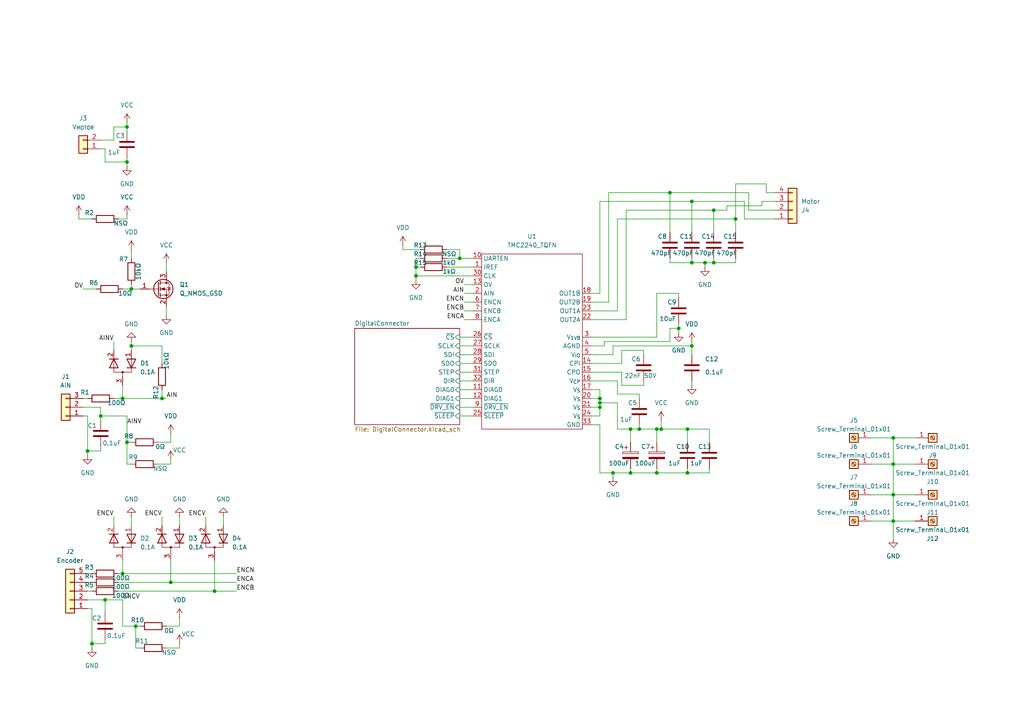
<source format=kicad_sch>
(kicad_sch (version 20231120) (generator "eeschema") (generator_version "8.0")
  (paper "A4")
  (lib_symbols
    (symbol "Connector:Screw_Terminal_01x01" (pin_names (offset 1.016) hide)
      (property "Reference" "J" (at 0 2.54 0))
      (property "Value" "Screw_Terminal_01x01" (at 0 -2.54 0))
      (symbol "Screw_Terminal_01x01_1_1"
        (rectangle (start -1.27 1.27) (end 1.27 -1.27) (stroke (width 0.254)) (fill (type background)))
        (polyline (pts (xy -0.5334 0.3302) (xy 0.3302 -0.508)) (stroke (width 0.1524)))
        (polyline (pts (xy -0.3556 0.508) (xy 0.508 -0.3302)) (stroke (width 0.1524)))
        (circle (center 0 0) (radius 0.635) (stroke (width 0.1524)))
        (pin passive line (at -5.08 0 0) (length 3.81) (name "Pin_1") (number "1"))
      )
    )
    (symbol "Connector_Generic:Conn_01x02" (pin_names (offset 1.016) hide)
      (property "Reference" "J" (at 0 2.54 0))
      (property "Value" "Conn_01x02" (at 0 -5.08 0))
      (symbol "Conn_01x02_1_1"
        (rectangle (start -1.27 -2.413) (end 0 -2.667) (stroke (width 0.1524)))
        (rectangle (start -1.27 0.127) (end 0 -0.127) (stroke (width 0.1524)))
        (rectangle (start -1.27 1.27) (end 1.27 -3.81) (stroke (width 0.254)) (fill (type background)))
        (pin passive line (at -5.08 0 0) (length 3.81) (name "Pin_1") (number "1"))
        (pin passive line (at -5.08 -2.54 0) (length 3.81) (name "Pin_2") (number "2"))
      )
    )
    (symbol "Connector_Generic:Conn_01x03" (pin_names (offset 1.016) hide)
      (property "Reference" "J" (at 0 5.08 0))
      (property "Value" "Conn_01x03" (at 0 -5.08 0))
      (symbol "Conn_01x03_1_1"
        (rectangle (start -1.27 -2.413) (end 0 -2.667) (stroke (width 0.1524)))
        (rectangle (start -1.27 0.127) (end 0 -0.127) (stroke (width 0.1524)))
        (rectangle (start -1.27 2.667) (end 0 2.413) (stroke (width 0.1524)))
        (rectangle (start -1.27 3.81) (end 1.27 -3.81) (stroke (width 0.254)) (fill (type background)))
        (pin passive line (at -5.08 2.54 0) (length 3.81) (name "Pin_1") (number "1"))
        (pin passive line (at -5.08 0 0) (length 3.81) (name "Pin_2") (number "2"))
        (pin passive line (at -5.08 -2.54 0) (length 3.81) (name "Pin_3") (number "3"))
      )
    )
    (symbol "Connector_Generic:Conn_01x04" (pin_names (offset 1.016) hide)
      (property "Reference" "J" (at 0 5.08 0))
      (property "Value" "Conn_01x04" (at 0 -7.62 0))
      (symbol "Conn_01x04_1_1"
        (rectangle (start -1.27 -4.953) (end 0 -5.207) (stroke (width 0.1524)))
        (rectangle (start -1.27 -2.413) (end 0 -2.667) (stroke (width 0.1524)))
        (rectangle (start -1.27 0.127) (end 0 -0.127) (stroke (width 0.1524)))
        (rectangle (start -1.27 2.667) (end 0 2.413) (stroke (width 0.1524)))
        (rectangle (start -1.27 3.81) (end 1.27 -6.35) (stroke (width 0.254)) (fill (type background)))
        (pin passive line (at -5.08 2.54 0) (length 3.81) (name "Pin_1") (number "1"))
        (pin passive line (at -5.08 0 0) (length 3.81) (name "Pin_2") (number "2"))
        (pin passive line (at -5.08 -2.54 0) (length 3.81) (name "Pin_3") (number "3"))
        (pin passive line (at -5.08 -5.08 0) (length 3.81) (name "Pin_4") (number "4"))
      )
    )
    (symbol "Connector_Generic:Conn_01x05" (pin_names (offset 1.016) hide)
      (property "Reference" "J" (at 0 7.62 0))
      (property "Value" "Conn_01x05" (at 0 -7.62 0))
      (symbol "Conn_01x05_1_1"
        (rectangle (start -1.27 -4.953) (end 0 -5.207) (stroke (width 0.1524)))
        (rectangle (start -1.27 -2.413) (end 0 -2.667) (stroke (width 0.1524)))
        (rectangle (start -1.27 0.127) (end 0 -0.127) (stroke (width 0.1524)))
        (rectangle (start -1.27 2.667) (end 0 2.413) (stroke (width 0.1524)))
        (rectangle (start -1.27 5.207) (end 0 4.953) (stroke (width 0.1524)))
        (rectangle (start -1.27 6.35) (end 1.27 -6.35) (stroke (width 0.254)) (fill (type background)))
        (pin passive line (at -5.08 5.08 0) (length 3.81) (name "Pin_1") (number "1"))
        (pin passive line (at -5.08 2.54 0) (length 3.81) (name "Pin_2") (number "2"))
        (pin passive line (at -5.08 0 0) (length 3.81) (name "Pin_3") (number "3"))
        (pin passive line (at -5.08 -2.54 0) (length 3.81) (name "Pin_4") (number "4"))
        (pin passive line (at -5.08 -5.08 0) (length 3.81) (name "Pin_5") (number "5"))
      )
    )
    (symbol "Device:C" (pin_numbers hide) (pin_names (offset 0.254))
      (property "Reference" "C" (at 0.635 2.54 0))
      (property "Value" "C" (at 0.635 -2.54 0))
      (symbol "C_0_1"
        (polyline (pts (xy -2.032 -0.762) (xy 2.032 -0.762)) (stroke (width 0.508)))
        (polyline (pts (xy -2.032 0.762) (xy 2.032 0.762)) (stroke (width 0.508)))
      )
      (symbol "C_1_1"
        (pin passive line (at 0 3.81 270) (length 2.794) (name "~") (number "1"))
        (pin passive line (at 0 -3.81 90) (length 2.794) (name "~") (number "2"))
      )
    )
    (symbol "Device:C_Polarized" (pin_numbers hide) (pin_names (offset 0.254))
      (property "Reference" "C" (at 0.635 2.54 0))
      (property "Value" "C_Polarized" (at 0.635 -2.54 0))
      (symbol "C_Polarized_0_1"
        (rectangle (start -2.286 0.508) (end 2.286 1.016))
        (polyline (pts (xy -1.778 2.286) (xy -0.762 2.286)))
        (polyline (pts (xy -1.27 2.794) (xy -1.27 1.778)))
        (rectangle (start 2.286 -0.508) (end -2.286 -1.016) (fill (type outline)))
      )
      (symbol "C_Polarized_1_1"
        (pin passive line (at 0 3.81 270) (length 2.794) (name "~") (number "1"))
        (pin passive line (at 0 -3.81 90) (length 2.794) (name "~") (number "2"))
      )
    )
    (symbol "Device:D_Dual_Series_AKC_Parallel" (pin_names (offset 0.762) hide)
      (property "Reference" "D" (at 0 5.08 0))
      (property "Value" "D_Dual_Series_AKC_Parallel" (at 0 -5.08 0))
      (symbol "D_Dual_Series_AKC_Parallel_0_0"
        (polyline (pts (xy 0 -1.27) (xy 0 -3.81)) (stroke (width 0.254)))
        (polyline (pts (xy 2.54 3.81) (xy 2.54 1.27)) (stroke (width 0.254)))
      )
      (symbol "D_Dual_Series_AKC_Parallel_0_1"
        (circle (center -1.27 0) (radius 0.254) (fill (type outline)))
        (polyline (pts (xy -1.27 0) (xy -2.54 0)))
        (polyline (pts (xy 2.54 2.54) (xy -1.27 2.54) (xy -1.27 -2.54) (xy 2.54 -2.54)))
        (polyline (pts (xy 0 3.81) (xy 2.54 2.54) (xy 0 1.27) (xy 0 3.81) (xy 0 3.81) (xy 0 3.81)) (stroke (width 0.254)))
        (polyline (pts (xy 2.54 -1.27) (xy 0 -2.54) (xy 2.54 -3.81) (xy 2.54 -1.27) (xy 2.54 -1.27) (xy 2.54 -1.27)) (stroke (width 0.254)))
        (pin passive line (at 5.08 -2.54 180) (length 2.54) (name "K") (number "1"))
        (pin passive line (at 5.08 2.54 180) (length 2.54) (name "K") (number "2"))
        (pin passive line (at -5.08 0 0) (length 2.54) (name "A") (number "3"))
      )
    )
    (symbol "Device:Q_NMOS_GSD" (pin_names (offset 0) hide)
      (property "Reference" "Q" (at 5.08 1.27 0))
      (property "Value" "Q_NMOS_GSD" (at 5.08 -1.27 0))
      (symbol "Q_NMOS_GSD_0_1"
        (polyline (pts (xy 0.254 0) (xy -2.54 0)))
        (polyline (pts (xy 0.254 1.905) (xy 0.254 -1.905)) (stroke (width 0.254)))
        (polyline (pts (xy 0.762 -1.27) (xy 0.762 -2.286)) (stroke (width 0.254)))
        (polyline (pts (xy 0.762 0.508) (xy 0.762 -0.508)) (stroke (width 0.254)))
        (polyline (pts (xy 0.762 2.286) (xy 0.762 1.27)) (stroke (width 0.254)))
        (polyline (pts (xy 2.54 2.54) (xy 2.54 1.778)))
        (polyline (pts (xy 2.54 -2.54) (xy 2.54 0) (xy 0.762 0)))
        (polyline (pts (xy 0.762 -1.778) (xy 3.302 -1.778) (xy 3.302 1.778) (xy 0.762 1.778)))
        (polyline (pts (xy 1.016 0) (xy 2.032 0.381) (xy 2.032 -0.381) (xy 1.016 0)) (fill (type outline)))
        (polyline (pts (xy 2.794 0.508) (xy 2.921 0.381) (xy 3.683 0.381) (xy 3.81 0.254)))
        (polyline (pts (xy 3.302 0.381) (xy 2.921 -0.254) (xy 3.683 -0.254) (xy 3.302 0.381)))
        (circle (center 1.651 0) (radius 2.794) (stroke (width 0.254)))
        (circle (center 2.54 -1.778) (radius 0.254) (fill (type outline)))
        (circle (center 2.54 1.778) (radius 0.254) (fill (type outline)))
      )
      (symbol "Q_NMOS_GSD_1_1"
        (pin input line (at -5.08 0 0) (length 2.54) (name "G") (number "1"))
        (pin passive line (at 2.54 -5.08 90) (length 2.54) (name "S") (number "2"))
        (pin passive line (at 2.54 5.08 270) (length 2.54) (name "D") (number "3"))
      )
    )
    (symbol "Device:R" (pin_numbers hide) (pin_names (offset 0))
      (property "Reference" "R" (at 2.032 0 90))
      (property "Value" "R" (at 0 0 90))
      (symbol "R_0_1"
        (rectangle (start -1.016 -2.54) (end 1.016 2.54) (stroke (width 0.254)))
      )
      (symbol "R_1_1"
        (pin passive line (at 0 3.81 270) (length 1.27) (name "~") (number "1"))
        (pin passive line (at 0 -3.81 90) (length 1.27) (name "~") (number "2"))
      )
    )
    (symbol "GND_1" (power) (pin_numbers hide) (pin_names (offset 0) hide)
      (property "Value" "GND" (at 0 -3.81 0))
      (symbol "GND_1_0_1"
        (polyline (pts (xy 0 0) (xy 0 -1.27) (xy 1.27 -1.27) (xy 0 -2.54) (xy -1.27 -1.27) (xy 0 -1.27)))
      )
      (symbol "GND_1_1_1"
        (pin power_in line (at 0 0 270) (length 0) (name "~") (number "1"))
      )
    )
    (symbol "StepperDriver:TMC2240_TQFN"
      (property "Reference" "U" (at 0 0 0))
      (property "Value" "TMC2240_TQFN" (at 0 -2.54 0))
      (symbol "TMC2240_TQFN_0_1"
        (rectangle (start -16.51 21.59) (end 12.7 -29.21))
      )
      (symbol "TMC2240_TQFN_1_1"
        (pin input line (at -19.05 17.78 0) (length 2.54) (name "IREF") (number "1"))
        (pin input line (at -19.05 20.32 0) (length 2.54) (name "UARTEN") (number "10"))
        (pin input line (at -19.05 -17.78 0) (length 2.54) (name "DIAG0") (number "11"))
        (pin input line (at -19.05 -20.32 0) (length 2.54) (name "DIAG1") (number "12"))
        (pin input line (at -19.05 12.7 0) (length 2.54) (name "OV") (number "13"))
        (pin input line (at 15.24 -10.16 180) (length 2.54) (name "CPI") (number "14"))
        (pin input line (at 15.24 -12.7 180) (length 2.54) (name "CPO") (number "15"))
        (pin input line (at 15.24 -15.24 180) (length 2.54) (name "V_{CP}") (number "16"))
        (pin input line (at 15.24 -17.78 180) (length 2.54) (name "V_{S}") (number "17"))
        (pin input line (at 15.24 10.16 180) (length 2.54) (name "OUT1B") (number "18"))
        (pin input line (at 15.24 7.62 180) (length 2.54) (name "OUT2B") (number "19"))
        (pin input line (at -19.05 10.16 0) (length 2.54) (name "AIN") (number "2"))
        (pin input line (at 15.24 -20.32 180) (length 2.54) (name "V_{S}") (number "20"))
        (pin input line (at 15.24 -22.86 180) (length 2.54) (name "V_{S}") (number "21"))
        (pin input line (at 15.24 2.54 180) (length 2.54) (name "OUT2A") (number "22"))
        (pin input line (at 15.24 5.08 180) (length 2.54) (name "OUT1A") (number "23"))
        (pin input line (at 15.24 -25.4 180) (length 2.54) (name "V_{S}") (number "24"))
        (pin input line (at -19.05 -25.4 0) (length 2.54) (name "~{SLEEP}") (number "25"))
        (pin input line (at -19.05 -2.54 0) (length 2.54) (name "~{CS}") (number "26"))
        (pin input line (at -19.05 -5.08 0) (length 2.54) (name "SCLK") (number "27"))
        (pin input line (at -19.05 -7.62 0) (length 2.54) (name "SDI") (number "28"))
        (pin input line (at -19.05 -10.16 0) (length 2.54) (name "SDO") (number "29"))
        (pin input line (at 15.24 -2.54 180) (length 2.54) (name "V_{1V8}") (number "3"))
        (pin input line (at -19.05 15.24 0) (length 2.54) (name "CLK") (number "30"))
        (pin input line (at -19.05 -12.7 0) (length 2.54) (name "STEP") (number "31"))
        (pin input line (at -19.05 -15.24 0) (length 2.54) (name "DIR") (number "32"))
        (pin input line (at 15.24 -27.94 180) (length 2.54) (name "GND") (number "33"))
        (pin input line (at 15.24 -5.08 180) (length 2.54) (name "AGND") (number "4"))
        (pin input line (at 15.24 -7.62 180) (length 2.54) (name "V_{IO}") (number "5"))
        (pin input line (at -19.05 7.62 0) (length 2.54) (name "ENCN") (number "6"))
        (pin input line (at -19.05 5.08 0) (length 2.54) (name "ENCB") (number "7"))
        (pin input line (at -19.05 2.54 0) (length 2.54) (name "ENCA") (number "8"))
        (pin input line (at -19.05 -22.86 0) (length 2.54) (name "~{DRV_EN}") (number "9"))
      )
    )
    (symbol "power:GND" (power) (pin_names (offset 0))
      (property "Value" "GND" (at 0 -3.81 0))
      (symbol "GND_0_1"
        (polyline (pts (xy 0 0) (xy 0 -1.27) (xy 1.27 -1.27) (xy 0 -2.54) (xy -1.27 -1.27) (xy 0 -1.27)))
      )
      (symbol "GND_1_1"
        (pin power_in line (at 0 0 270) (length 0) hide (name "GND") (number "1"))
      )
    )
    (symbol "power:VCC" (power) (pin_numbers hide) (pin_names (offset 0) hide)
      (property "Value" "VCC" (at 0 3.556 0))
      (symbol "VCC_0_1"
        (polyline (pts (xy -0.762 1.27) (xy 0 2.54)))
        (polyline (pts (xy 0 0) (xy 0 2.54)))
        (polyline (pts (xy 0 2.54) (xy 0.762 1.27)))
      )
      (symbol "VCC_1_1"
        (pin power_in line (at 0 0 90) (length 0) (name "~") (number "1"))
      )
    )
    (symbol "power:VDD" (power) (pin_numbers hide) (pin_names (offset 0) hide)
      (property "Value" "VDD" (at 0 3.556 0))
      (symbol "VDD_0_1"
        (polyline (pts (xy -0.762 1.27) (xy 0 2.54)))
        (polyline (pts (xy 0 0) (xy 0 2.54)))
        (polyline (pts (xy 0 2.54) (xy 0.762 1.27)))
      )
      (symbol "VDD_1_1"
        (pin power_in line (at 0 0 90) (length 0) (name "~") (number "1"))
      )
    )
  )
  (junction (at 259.08 134.62))
  (junction (at 200.66 100.33))
  (junction (at 120.65 77.47))
  (junction (at 182.88 124.46))
  (junction (at 199.39 124.46))
  (junction (at 194.31 55.88))
  (junction (at 36.83 128.27))
  (junction (at 26.67 186.69))
  (junction (at 25.4 130.81))
  (junction (at 199.39 137.16))
  (junction (at 36.83 36.83))
  (junction (at 259.08 127))
  (junction (at 259.08 151.13))
  (junction (at 35.56 115.57))
  (junction (at 259.08 143.51))
  (junction (at 36.83 46.99))
  (junction (at 49.53 168.91))
  (junction (at 35.56 166.37))
  (junction (at 190.5 124.46))
  (junction (at 173.99 116.84))
  (junction (at 207.01 60.96))
  (junction (at 173.99 115.57))
  (junction (at 191.77 124.46))
  (junction (at 39.37 181.61))
  (junction (at 46.99 115.57))
  (junction (at 30.48 173.99))
  (junction (at 38.1 100.33))
  (junction (at 200.66 76.2))
  (junction (at 38.1 83.82))
  (junction (at 200.66 58.42))
  (junction (at 190.5 137.16))
  (junction (at 133.35 74.93))
  (junction (at 185.42 124.46))
  (junction (at 204.47 76.2))
  (junction (at 207.01 76.2))
  (junction (at 120.65 80.01))
  (junction (at 177.8 137.16))
  (junction (at 29.21 120.65))
  (junction (at 173.99 118.11))
  (junction (at 196.85 95.25))
  (junction (at 62.23 171.45))
  (junction (at 213.36 63.5))
  (junction (at 182.88 137.16))
  (wire (pts (xy 205.74 124.46) (xy 205.74 128.27)))
  (wire (pts (xy 210.82 59.69) (xy 220.98 59.69)))
  (wire (pts (xy 29.21 130.81) (xy 25.4 130.81)))
  (wire (pts (xy 259.08 134.62) (xy 259.08 143.51)))
  (wire (pts (xy 199.39 124.46) (xy 205.74 124.46)))
  (wire (pts (xy 25.4 120.65) (xy 25.4 130.81)))
  (wire (pts (xy 30.48 173.99) (xy 30.48 177.8)))
  (wire (pts (xy 179.07 110.49) (xy 179.07 114.3)))
  (wire (pts (xy 179.07 114.3) (xy 185.42 114.3)))
  (wire (pts (xy 133.35 115.57) (xy 137.16 115.57)))
  (wire (pts (xy 38.1 99.06) (xy 38.1 100.33)))
  (wire (pts (xy 200.66 74.93) (xy 200.66 76.2)))
  (wire (pts (xy 177.8 138.43) (xy 177.8 137.16)))
  (wire (pts (xy 173.99 120.65) (xy 173.99 118.11)))
  (wire (pts (xy 36.83 63.5) (xy 36.83 62.23)))
  (wire (pts (xy 175.26 100.33) (xy 175.26 99.06)))
  (wire (pts (xy 48.26 88.9) (xy 48.26 91.44)))
  (wire (pts (xy 34.29 168.91) (xy 49.53 168.91)))
  (wire (pts (xy 33.02 115.57) (xy 35.56 115.57)))
  (wire (pts (xy 207.01 60.96) (xy 210.82 60.96)))
  (wire (pts (xy 133.35 105.41) (xy 137.16 105.41)))
  (wire (pts (xy 35.56 166.37) (xy 68.58 166.37)))
  (wire (pts (xy 49.53 133.35) (xy 49.53 134.62)))
  (wire (pts (xy 38.1 82.55) (xy 38.1 83.82)))
  (wire (pts (xy 121.92 74.93) (xy 120.65 74.93)))
  (wire (pts (xy 190.5 137.16) (xy 199.39 137.16)))
  (wire (pts (xy 133.35 102.87) (xy 137.16 102.87)))
  (wire (pts (xy 171.45 113.03) (xy 173.99 113.03)))
  (wire (pts (xy 182.88 124.46) (xy 179.07 124.46)))
  (wire (pts (xy 194.31 95.25) (xy 196.85 95.25)))
  (wire (pts (xy 213.36 53.34) (xy 213.36 63.5)))
  (wire (pts (xy 194.31 99.06) (xy 194.31 95.25)))
  (wire (pts (xy 185.42 123.19) (xy 185.42 124.46)))
  (wire (pts (xy 186.69 111.76) (xy 186.69 110.49)))
  (wire (pts (xy 120.65 74.93) (xy 120.65 77.47)))
  (wire (pts (xy 173.99 85.09) (xy 173.99 58.42)))
  (wire (pts (xy 177.8 102.87) (xy 177.8 100.33)))
  (wire (pts (xy 49.53 134.62) (xy 45.72 134.62)))
  (wire (pts (xy 215.9 58.42) (xy 200.66 58.42)))
  (wire (pts (xy 133.35 110.49) (xy 137.16 110.49)))
  (wire (pts (xy 30.48 186.69) (xy 26.67 186.69)))
  (wire (pts (xy 29.21 118.11) (xy 29.21 120.65)))
  (wire (pts (xy 35.56 115.57) (xy 35.56 111.76)))
  (wire (pts (xy 35.56 83.82) (xy 38.1 83.82)))
  (wire (pts (xy 176.53 55.88) (xy 194.31 55.88)))
  (wire (pts (xy 49.53 128.27) (xy 49.53 125.73)))
  (wire (pts (xy 25.4 130.81) (xy 25.4 132.08)))
  (wire (pts (xy 173.99 113.03) (xy 173.99 115.57)))
  (wire (pts (xy 24.13 118.11) (xy 29.21 118.11)))
  (wire (pts (xy 259.08 134.62) (xy 265.43 134.62)))
  (wire (pts (xy 215.9 58.42) (xy 215.9 63.5)))
  (wire (pts (xy 259.08 151.13) (xy 265.43 151.13)))
  (wire (pts (xy 33.02 99.06) (xy 33.02 101.6)))
  (wire (pts (xy 259.08 151.13) (xy 259.08 156.21)))
  (wire (pts (xy 252.73 127) (xy 259.08 127)))
  (wire (pts (xy 171.45 110.49) (xy 179.07 110.49)))
  (wire (pts (xy 25.4 166.37) (xy 26.67 166.37)))
  (wire (pts (xy 194.31 55.88) (xy 217.17 55.88)))
  (wire (pts (xy 120.65 80.01) (xy 137.16 80.01)))
  (wire (pts (xy 33.02 40.64) (xy 33.02 36.83)))
  (wire (pts (xy 200.66 58.42) (xy 200.66 67.31)))
  (wire (pts (xy 129.54 74.93) (xy 133.35 74.93)))
  (wire (pts (xy 180.34 105.41) (xy 180.34 101.6)))
  (wire (pts (xy 182.88 124.46) (xy 182.88 128.27)))
  (wire (pts (xy 171.45 120.65) (xy 173.99 120.65)))
  (wire (pts (xy 194.31 55.88) (xy 194.31 67.31)))
  (wire (pts (xy 49.53 168.91) (xy 68.58 168.91)))
  (wire (pts (xy 171.45 90.17) (xy 179.07 90.17)))
  (wire (pts (xy 171.45 123.19) (xy 173.99 123.19)))
  (wire (pts (xy 26.67 186.69) (xy 26.67 187.96)))
  (wire (pts (xy 30.48 185.42) (xy 30.48 186.69)))
  (wire (pts (xy 36.83 35.56) (xy 36.83 36.83)))
  (wire (pts (xy 196.85 85.09) (xy 196.85 86.36)))
  (wire (pts (xy 171.45 87.63) (xy 176.53 87.63)))
  (wire (pts (xy 171.45 85.09) (xy 173.99 85.09)))
  (wire (pts (xy 200.66 110.49) (xy 200.66 111.76)))
  (wire (pts (xy 171.45 100.33) (xy 175.26 100.33)))
  (wire (pts (xy 259.08 127) (xy 259.08 134.62)))
  (wire (pts (xy 26.67 176.53) (xy 26.67 186.69)))
  (wire (pts (xy 133.35 120.65) (xy 137.16 120.65)))
  (wire (pts (xy 177.8 100.33) (xy 200.66 100.33)))
  (wire (pts (xy 120.65 77.47) (xy 121.92 77.47)))
  (wire (pts (xy 182.88 137.16) (xy 182.88 135.89)))
  (wire (pts (xy 182.88 137.16) (xy 190.5 137.16)))
  (wire (pts (xy 185.42 114.3) (xy 185.42 115.57)))
  (wire (pts (xy 177.8 137.16) (xy 173.99 137.16)))
  (wire (pts (xy 217.17 55.88) (xy 217.17 60.96)))
  (wire (pts (xy 196.85 95.25) (xy 196.85 96.52)))
  (wire (pts (xy 191.77 124.46) (xy 199.39 124.46)))
  (wire (pts (xy 34.29 171.45) (xy 62.23 171.45)))
  (wire (pts (xy 133.35 97.79) (xy 137.16 97.79)))
  (wire (pts (xy 220.98 59.69) (xy 220.98 58.42)))
  (wire (pts (xy 24.13 83.82) (xy 27.94 83.82)))
  (wire (pts (xy 171.45 92.71) (xy 181.61 92.71)))
  (wire (pts (xy 45.72 128.27) (xy 49.53 128.27)))
  (wire (pts (xy 186.69 101.6) (xy 186.69 102.87)))
  (wire (pts (xy 38.1 134.62) (xy 36.83 134.62)))
  (wire (pts (xy 22.86 62.23) (xy 22.86 63.5)))
  (wire (pts (xy 52.07 181.61) (xy 52.07 179.07)))
  (wire (pts (xy 38.1 100.33) (xy 38.1 101.6)))
  (wire (pts (xy 36.83 36.83) (xy 36.83 38.1)))
  (wire (pts (xy 252.73 143.51) (xy 259.08 143.51)))
  (wire (pts (xy 49.53 168.91) (xy 49.53 162.56)))
  (wire (pts (xy 48.26 181.61) (xy 52.07 181.61)))
  (wire (pts (xy 25.4 120.65) (xy 24.13 120.65)))
  (wire (pts (xy 199.39 137.16) (xy 205.74 137.16)))
  (wire (pts (xy 46.99 149.86) (xy 46.99 152.4)))
  (wire (pts (xy 217.17 60.96) (xy 224.79 60.96)))
  (wire (pts (xy 222.25 53.34) (xy 213.36 53.34)))
  (wire (pts (xy 29.21 120.65) (xy 36.83 120.65)))
  (wire (pts (xy 25.4 168.91) (xy 26.67 168.91)))
  (wire (pts (xy 33.02 149.86) (xy 33.02 152.4)))
  (wire (pts (xy 36.83 128.27) (xy 38.1 128.27)))
  (wire (pts (xy 173.99 118.11) (xy 173.99 116.84)))
  (wire (pts (xy 133.35 100.33) (xy 137.16 100.33)))
  (wire (pts (xy 133.35 107.95) (xy 137.16 107.95)))
  (wire (pts (xy 133.35 113.03) (xy 137.16 113.03)))
  (wire (pts (xy 129.54 72.39) (xy 133.35 72.39)))
  (wire (pts (xy 173.99 123.19) (xy 173.99 137.16)))
  (wire (pts (xy 179.07 124.46) (xy 179.07 116.84)))
  (wire (pts (xy 179.07 63.5) (xy 213.36 63.5)))
  (wire (pts (xy 176.53 87.63) (xy 176.53 55.88)))
  (wire (pts (xy 26.67 176.53) (xy 25.4 176.53)))
  (wire (pts (xy 30.48 46.99) (xy 36.83 46.99)))
  (wire (pts (xy 259.08 143.51) (xy 259.08 151.13)))
  (wire (pts (xy 40.64 187.96) (xy 39.37 187.96)))
  (wire (pts (xy 222.25 55.88) (xy 222.25 53.34)))
  (wire (pts (xy 22.86 63.5) (xy 26.67 63.5)))
  (wire (pts (xy 171.45 107.95) (xy 180.34 107.95)))
  (wire (pts (xy 190.5 85.09) (xy 196.85 85.09)))
  (wire (pts (xy 259.08 127) (xy 265.43 127)))
  (wire (pts (xy 129.54 77.47) (xy 137.16 77.47)))
  (wire (pts (xy 38.1 83.82) (xy 40.64 83.82)))
  (wire (pts (xy 121.92 72.39) (xy 116.84 72.39)))
  (wire (pts (xy 200.66 100.33) (xy 200.66 102.87)))
  (wire (pts (xy 194.31 74.93) (xy 194.31 76.2)))
  (wire (pts (xy 59.69 149.86) (xy 59.69 152.4)))
  (wire (pts (xy 207.01 60.96) (xy 207.01 67.31)))
  (wire (pts (xy 36.83 120.65) (xy 36.83 128.27)))
  (wire (pts (xy 134.62 90.17) (xy 137.16 90.17)))
  (wire (pts (xy 185.42 124.46) (xy 182.88 124.46)))
  (wire (pts (xy 46.99 113.03) (xy 46.99 115.57)))
  (wire (pts (xy 38.1 72.39) (xy 38.1 74.93)))
  (wire (pts (xy 171.45 97.79) (xy 190.5 97.79)))
  (wire (pts (xy 191.77 124.46) (xy 190.5 124.46)))
  (wire (pts (xy 133.35 118.11) (xy 137.16 118.11)))
  (wire (pts (xy 190.5 137.16) (xy 190.5 135.89)))
  (wire (pts (xy 171.45 102.87) (xy 177.8 102.87)))
  (wire (pts (xy 34.29 63.5) (xy 36.83 63.5)))
  (wire (pts (xy 33.02 36.83) (xy 36.83 36.83)))
  (wire (pts (xy 35.56 173.99) (xy 30.48 173.99)))
  (wire (pts (xy 179.07 90.17) (xy 179.07 63.5)))
  (wire (pts (xy 173.99 58.42) (xy 200.66 58.42)))
  (wire (pts (xy 120.65 80.01) (xy 120.65 77.47)))
  (wire (pts (xy 204.47 76.2) (xy 207.01 76.2)))
  (wire (pts (xy 39.37 181.61) (xy 40.64 181.61)))
  (wire (pts (xy 134.62 82.55) (xy 137.16 82.55)))
  (wire (pts (xy 204.47 76.2) (xy 204.47 77.47)))
  (wire (pts (xy 180.34 111.76) (xy 186.69 111.76)))
  (wire (pts (xy 180.34 101.6) (xy 186.69 101.6)))
  (wire (pts (xy 38.1 100.33) (xy 46.99 100.33)))
  (wire (pts (xy 46.99 115.57) (xy 48.26 115.57)))
  (wire (pts (xy 29.21 120.65) (xy 29.21 121.92)))
  (wire (pts (xy 213.36 63.5) (xy 213.36 67.31)))
  (wire (pts (xy 213.36 76.2) (xy 213.36 74.93)))
  (wire (pts (xy 29.21 43.18) (xy 30.48 43.18)))
  (wire (pts (xy 62.23 171.45) (xy 62.23 162.56)))
  (wire (pts (xy 200.66 76.2) (xy 204.47 76.2)))
  (wire (pts (xy 191.77 121.92) (xy 191.77 124.46)))
  (wire (pts (xy 64.77 149.86) (xy 64.77 152.4)))
  (wire (pts (xy 24.13 115.57) (xy 25.4 115.57)))
  (wire (pts (xy 180.34 107.95) (xy 180.34 111.76)))
  (wire (pts (xy 179.07 116.84) (xy 173.99 116.84)))
  (wire (pts (xy 38.1 149.86) (xy 38.1 152.4)))
  (wire (pts (xy 190.5 97.79) (xy 190.5 85.09)))
  (wire (pts (xy 252.73 134.62) (xy 259.08 134.62)))
  (wire (pts (xy 171.45 105.41) (xy 180.34 105.41)))
  (wire (pts (xy 39.37 187.96) (xy 39.37 181.61)))
  (wire (pts (xy 134.62 85.09) (xy 137.16 85.09)))
  (wire (pts (xy 199.39 124.46) (xy 199.39 128.27)))
  (wire (pts (xy 34.29 166.37) (xy 35.56 166.37)))
  (wire (pts (xy 181.61 92.71) (xy 181.61 60.96)))
  (wire (pts (xy 259.08 143.51) (xy 265.43 143.51)))
  (wire (pts (xy 220.98 58.42) (xy 224.79 58.42)))
  (wire (pts (xy 252.73 151.13) (xy 259.08 151.13)))
  (wire (pts (xy 134.62 87.63) (xy 137.16 87.63)))
  (wire (pts (xy 30.48 43.18) (xy 30.48 46.99)))
  (wire (pts (xy 207.01 76.2) (xy 213.36 76.2)))
  (wire (pts (xy 177.8 137.16) (xy 182.88 137.16)))
  (wire (pts (xy 173.99 115.57) (xy 171.45 115.57)))
  (wire (pts (xy 196.85 93.98) (xy 196.85 95.25)))
  (wire (pts (xy 207.01 76.2) (xy 207.01 74.93)))
  (wire (pts (xy 205.74 137.16) (xy 205.74 135.89)))
  (wire (pts (xy 133.35 74.93) (xy 137.16 74.93)))
  (wire (pts (xy 48.26 76.2) (xy 48.26 78.74)))
  (wire (pts (xy 215.9 63.5) (xy 224.79 63.5)))
  (wire (pts (xy 35.56 166.37) (xy 35.56 162.56)))
  (wire (pts (xy 35.56 181.61) (xy 35.56 173.99)))
  (wire (pts (xy 36.83 46.99) (xy 36.83 45.72)))
  (wire (pts (xy 224.79 55.88) (xy 222.25 55.88)))
  (wire (pts (xy 36.83 46.99) (xy 36.83 48.26)))
  (wire (pts (xy 62.23 171.45) (xy 68.58 171.45)))
  (wire (pts (xy 173.99 116.84) (xy 173.99 115.57)))
  (wire (pts (xy 199.39 137.16) (xy 199.39 135.89)))
  (wire (pts (xy 120.65 81.28) (xy 120.65 80.01)))
  (wire (pts (xy 116.84 72.39) (xy 116.84 71.12)))
  (wire (pts (xy 52.07 149.86) (xy 52.07 152.4)))
  (wire (pts (xy 134.62 92.71) (xy 137.16 92.71)))
  (wire (pts (xy 29.21 40.64) (xy 33.02 40.64)))
  (wire (pts (xy 35.56 181.61) (xy 39.37 181.61)))
  (wire (pts (xy 133.35 72.39) (xy 133.35 74.93)))
  (wire (pts (xy 52.07 187.96) (xy 48.26 187.96)))
  (wire (pts (xy 25.4 173.99) (xy 30.48 173.99)))
  (wire (pts (xy 25.4 171.45) (xy 26.67 171.45)))
  (wire (pts (xy 52.07 186.69) (xy 52.07 187.96)))
  (wire (pts (xy 190.5 124.46) (xy 190.5 128.27)))
  (wire (pts (xy 200.66 99.06) (xy 200.66 100.33)))
  (wire (pts (xy 194.31 76.2) (xy 200.66 76.2)))
  (wire (pts (xy 29.21 129.54) (xy 29.21 130.81)))
  (wire (pts (xy 181.61 60.96) (xy 207.01 60.96)))
  (wire (pts (xy 46.99 115.57) (xy 35.56 115.57)))
  (wire (pts (xy 210.82 60.96) (xy 210.82 59.69)))
  (wire (pts (xy 171.45 118.11) (xy 173.99 118.11)))
  (wire (pts (xy 36.83 134.62) (xy 36.83 128.27)))
  (wire (pts (xy 175.26 99.06) (xy 194.31 99.06)))
  (wire (pts (xy 46.99 100.33) (xy 46.99 105.41)))
  (wire (pts (xy 190.5 124.46) (xy 185.42 124.46)))
  (label "ENCN" (at 134.62 87.63 180))
  (label "ENCA" (at 68.58 168.91 0))
  (label "ENCA" (at 134.62 92.71 180))
  (label "AIN" (at 48.26 115.57 0))
  (label "ENCV" (at 35.56 173.99 0))
  (label "OV" (at 134.62 82.55 180))
  (label "AINV" (at 33.02 99.06 180))
  (label "ENCV" (at 59.69 149.86 180))
  (label "ENCV" (at 33.02 149.86 180))
  (label "ENCV" (at 46.99 149.86 180))
  (label "ENCB" (at 134.62 90.17 180))
  (label "OV" (at 24.13 83.82 180))
  (label "ENCB" (at 68.58 171.45 0))
  (label "AINV" (at 36.83 123.19 0))
  (label "ENCN" (at 68.58 166.37 0))
  (label "AIN" (at 134.62 85.09 180))
  (symbol (lib_id "Device:C") (at 196.85 90.17 0) (unit 1)
    (property "Reference" "C9" (at 193.548 87.63 0) (effects (justify left)))
    (property "Value" "10uF" (at 191.262 92.456 0) (effects (justify left)))
    (property "Footprint" "Capacitor_SMD:C_0805_2012Metric" (effects (hide yes)))
    (property "Description" "Unpolarized capacitor" (effects (hide yes)))
  )
  (symbol (lib_name "GND_1") (lib_id "power:GND") (at 204.47 77.47 0) (unit 1)
    (property "Reference" "#PWR025" (effects (hide yes)))
    (property "Value" "GND" (at 204.47 82.55 0))
    (property "Description" "Power symbol creates a global label with name \"GND\" , ground" (effects (hide yes)))
  )
  (symbol (lib_id "Device:R") (at 44.45 181.61 90) (unit 1)
    (property "Reference" "R10" (at 39.878 179.832 90))
    (property "Value" "0Ω" (at 49.022 182.88 90))
    (property "Footprint" "Resistor_SMD:R_0805_2012Metric" (effects (hide yes)))
    (property "Description" "Resistor" (effects (hide yes)))
  )
  (symbol (lib_id "Device:R") (at 44.45 187.96 90) (unit 1)
    (property "Reference" "R11" (at 41.148 185.928 90))
    (property "Value" "NSΩ" (at 49.022 189.23 90))
    (property "Footprint" "Resistor_SMD:R_0805_2012Metric" (effects (hide yes)))
    (property "Description" "Resistor" (effects (hide yes)))
  )
  (symbol (lib_id "Device:Q_NMOS_GSD") (at 45.72 83.82 0) (unit 1)
    (property "Reference" "Q1" (at 52.07 82.5499 0) (effects (justify left)))
    (property "Value" "Q_NMOS_GSD" (at 52.07 85.0899 0) (effects (justify left)))
    (property "Footprint" "Package_TO_SOT_SMD:SOT-23" (effects (hide yes)))
    (property "Description" "N-MOSFET transistor, gate/source/drain" (effects (hide yes)))
  )
  (symbol (lib_id "power:GND") (at 259.08 156.21 0) (unit 1)
    (property "Reference" "#PWR026" (effects (hide yes)))
    (property "Value" "GND" (at 259.08 161.29 0))
  )
  (symbol (lib_id "power:VCC") (at 49.53 133.35 0) (unit 1)
    (property "Reference" "#PWR013" (effects (hide yes)))
    (property "Value" "VCC" (at 52.07 130.556 0))
    (property "Description" "Power symbol creates a global label with name \"VCC\"" (effects (hide yes)))
  )
  (symbol (lib_id "Connector:Screw_Terminal_01x01") (at 247.65 127 180) (unit 1)
    (property "Reference" "J5" (at 247.65 121.92 0))
    (property "Value" "Screw_Terminal_01x01" (at 247.65 124.46 0))
    (property "Footprint" "MountingHole:MountingHole_3.2mm_M3_DIN965_Pad" (effects (hide yes)))
  )
  (symbol (lib_id "Device:R") (at 41.91 134.62 90) (unit 1)
    (property "Reference" "R9" (at 38.608 132.588 90))
    (property "Value" "NSΩ" (at 46.482 135.89 90))
    (property "Footprint" "Resistor_SMD:R_0805_2012Metric" (effects (hide yes)))
    (property "Description" "Resistor" (effects (hide yes)))
  )
  (symbol (lib_name "GND_1") (lib_id "power:GND") (at 52.07 149.86 180) (unit 1)
    (property "Reference" "#PWR014" (effects (hide yes)))
    (property "Value" "GND" (at 52.07 144.78 0))
    (property "Description" "Power symbol creates a global label with name \"GND\" , ground" (effects (hide yes)))
  )
  (symbol (lib_id "Device:C") (at 30.48 181.61 0) (unit 1)
    (property "Reference" "C2" (at 26.67 179.324 0) (effects (justify left)))
    (property "Value" "0.1uF" (at 30.988 184.404 0) (effects (justify left)))
    (property "Footprint" "Capacitor_SMD:C_0805_2012Metric" (effects (hide yes)))
    (property "Description" "Unpolarized capacitor" (effects (hide yes)))
  )
  (symbol (lib_id "Device:C") (at 200.66 106.68 0) (unit 1)
    (property "Reference" "C12" (at 204.47 104.1399 0) (effects (justify left)))
    (property "Value" "0.1uF" (at 204.47 107.9499 0) (effects (justify left)))
    (property "Footprint" "Capacitor_SMD:C_0805_2012Metric" (effects (hide yes)))
    (property "Description" "Unpolarized capacitor" (effects (hide yes)))
  )
  (symbol (lib_name "GND_1") (lib_id "power:GND") (at 120.65 81.28 0) (unit 1)
    (property "Reference" "#PWR019" (effects (hide yes)))
    (property "Value" "GND" (at 120.65 86.36 0))
    (property "Description" "Power symbol creates a global label with name \"GND\" , ground" (effects (hide yes)))
  )
  (symbol (lib_name "GND_1") (lib_id "power:GND") (at 36.83 48.26 0) (unit 1)
    (property "Reference" "#PWR05" (effects (hide yes)))
    (property "Value" "GND" (at 36.83 53.34 0))
    (property "Description" "Power symbol creates a global label with name \"GND\" , ground" (effects (hide yes)))
  )
  (symbol (lib_id "Device:C") (at 200.66 71.12 0) (unit 1)
    (property "Reference" "C11" (at 197.104 68.58 0) (effects (justify left)))
    (property "Value" "470pF" (at 195.072 73.406 0) (effects (justify left)))
    (property "Footprint" "Capacitor_SMD:C_0805_2012Metric" (effects (hide yes)))
    (property "Description" "Unpolarized capacitor" (effects (hide yes)))
  )
  (symbol (lib_id "Device:D_Dual_Series_AKC_Parallel") (at 49.53 157.48 90) (unit 1)
    (property "Reference" "D3" (at 54.61 156.1464 90) (effects (justify right)))
    (property "Value" "0.1A" (at 54.61 158.6864 90) (effects (justify right)))
    (property "Footprint" "Package_TO_SOT_SMD:SOT-23-3" (effects (hide yes)))
    (property "Description" "Dual diode, anode/cathode/center" (effects (hide yes)))
  )
  (symbol (lib_name "GND_1") (lib_id "power:GND") (at 26.67 187.96 0) (unit 1)
    (property "Reference" "#PWR03" (effects (hide yes)))
    (property "Value" "GND" (at 26.67 193.04 0))
    (property "Description" "Power symbol creates a global label with name \"GND\" , ground" (effects (hide yes)))
  )
  (symbol (lib_id "power:VDD") (at 38.1 72.39 0) (unit 1)
    (property "Reference" "#PWR07" (effects (hide yes)))
    (property "Value" "VDD" (at 38.1 67.31 0))
    (property "Description" "Power symbol creates a global label with name \"VDD\"" (effects (hide yes)))
  )
  (symbol (lib_id "Device:R") (at 125.73 77.47 90) (unit 1)
    (property "Reference" "R15" (at 121.92 76.2 90))
    (property "Value" "1kΩ" (at 130.302 78.74 90))
    (property "Footprint" "Resistor_SMD:R_0805_2012Metric" (effects (hide yes)))
    (property "Description" "Resistor" (effects (hide yes)))
  )
  (symbol (lib_id "Device:R") (at 41.91 128.27 90) (unit 1)
    (property "Reference" "R8" (at 37.338 126.492 90))
    (property "Value" "0Ω" (at 46.482 129.54 90))
    (property "Footprint" "Resistor_SMD:R_0805_2012Metric" (effects (hide yes)))
    (property "Description" "Resistor" (effects (hide yes)))
  )
  (symbol (lib_id "Device:C_Polarized") (at 190.5 132.08 0) (unit 1)
    (property "Reference" "C7" (at 185.928 129.54 0) (effects (justify left)))
    (property "Value" "100uF" (at 184.15 134.366 0) (effects (justify left)))
    (property "Footprint" "Capacitor_SMD:C_Elec_10x10.2" (effects (hide yes)))
    (property "Description" "Polarized capacitor" (effects (hide yes)))
  )
  (symbol (lib_id "power:VCC") (at 52.07 186.69 0) (unit 1)
    (property "Reference" "#PWR016" (effects (hide yes)))
    (property "Value" "VCC" (at 54.61 183.896 0))
    (property "Description" "Power symbol creates a global label with name \"VCC\"" (effects (hide yes)))
  )
  (symbol (lib_id "power:VDD") (at 116.84 71.12 0) (unit 1)
    (property "Reference" "#PWR018" (effects (hide yes)))
    (property "Value" "VDD" (at 116.84 66.04 0))
    (property "Description" "Power symbol creates a global label with name \"VDD\"" (effects (hide yes)))
  )
  (symbol (lib_name "GND_1") (lib_id "power:GND") (at 48.26 91.44 0) (unit 1)
    (property "Reference" "#PWR011" (effects (hide yes)))
    (property "Value" "GND" (at 48.26 96.52 0))
    (property "Description" "Power symbol creates a global label with name \"GND\" , ground" (effects (hide yes)))
  )
  (symbol (lib_name "GND_1") (lib_id "power:GND") (at 196.85 96.52 0) (unit 1)
    (property "Reference" "#PWR022" (effects (hide yes)))
    (property "Value" "GND" (at 196.85 101.6 0))
    (property "Description" "Power symbol creates a global label with name \"GND\" , ground" (effects (hide yes)))
  )
  (symbol (lib_id "Device:C") (at 194.31 71.12 0) (unit 1)
    (property "Reference" "C8" (at 190.754 68.58 0) (effects (justify left)))
    (property "Value" "470pF" (at 188.722 73.406 0) (effects (justify left)))
    (property "Footprint" "Capacitor_SMD:C_0805_2012Metric" (effects (hide yes)))
    (property "Description" "Unpolarized capacitor" (effects (hide yes)))
  )
  (symbol (lib_name "GND_1") (lib_id "power:GND") (at 38.1 149.86 180) (unit 1)
    (property "Reference" "#PWR09" (effects (hide yes)))
    (property "Value" "GND" (at 38.1 144.78 0))
    (property "Description" "Power symbol creates a global label with name \"GND\" , ground" (effects (hide yes)))
  )
  (symbol (lib_id "Device:R") (at 31.75 83.82 90) (unit 1)
    (property "Reference" "R6" (at 27.178 82.042 90))
    (property "Value" "10Ω" (at 36.322 85.09 90))
    (property "Footprint" "Resistor_SMD:R_0805_2012Metric" (effects (hide yes)))
    (property "Description" "Resistor" (effects (hide yes)))
  )
  (symbol (lib_id "Device:R") (at 125.73 72.39 90) (unit 1)
    (property "Reference" "R13" (at 121.92 71.12 90))
    (property "Value" "NSΩ" (at 130.302 73.66 90))
    (property "Footprint" "Resistor_SMD:R_0805_2012Metric" (effects (hide yes)))
    (property "Description" "Resistor" (effects (hide yes)))
  )
  (symbol (lib_id "Device:R") (at 38.1 78.74 180) (unit 1)
    (property "Reference" "R7" (at 35.814 75.184 0))
    (property "Value" "10kΩ" (at 40.132 78.74 90))
    (property "Footprint" "Resistor_SMD:R_0805_2012Metric" (effects (hide yes)))
    (property "Description" "Resistor" (effects (hide yes)))
  )
  (symbol (lib_id "Connector:Screw_Terminal_01x01") (at 247.65 134.62 180) (unit 1)
    (property "Reference" "J6" (at 247.65 129.54 0))
    (property "Value" "Screw_Terminal_01x01" (at 247.65 132.08 0))
    (property "Footprint" "MountingHole:MountingHole_3.2mm_M3_DIN965_Pad" (effects (hide yes)))
  )
  (symbol (lib_id "Connector:Screw_Terminal_01x01") (at 247.65 143.51 180) (unit 1)
    (property "Reference" "J7" (at 247.65 138.43 0))
    (property "Value" "Screw_Terminal_01x01" (at 247.65 140.97 0))
    (property "Footprint" "MountingHole:MountingHole_3.2mm_M3_DIN965_Pad" (effects (hide yes)))
  )
  (symbol (lib_id "Device:R") (at 30.48 63.5 90) (unit 1)
    (property "Reference" "R2" (at 25.908 61.722 90))
    (property "Value" "NSΩ" (at 35.052 64.77 90))
    (property "Footprint" "Resistor_SMD:R_0805_2012Metric" (effects (hide yes)))
    (property "Description" "Resistor" (effects (hide yes)))
  )
  (symbol (lib_id "Device:R") (at 29.21 115.57 90) (unit 1)
    (property "Reference" "R1" (at 24.638 113.792 90))
    (property "Value" "100Ω" (at 33.782 116.84 90))
    (property "Footprint" "Resistor_SMD:R_0805_2012Metric" (effects (hide yes)))
    (property "Description" "Resistor" (effects (hide yes)))
  )
  (symbol (lib_name "GND_1") (lib_id "power:GND") (at 200.66 111.76 0) (unit 1)
    (property "Reference" "#PWR024" (effects (hide yes)))
    (property "Value" "GND" (at 200.66 116.84 0))
    (property "Description" "Power symbol creates a global label with name \"GND\" , ground" (effects (hide yes)))
  )
  (symbol (lib_id "Device:D_Dual_Series_AKC_Parallel") (at 62.23 157.48 90) (unit 1)
    (property "Reference" "D4" (at 67.31 156.1464 90) (effects (justify right)))
    (property "Value" "0.1A" (at 67.31 158.6864 90) (effects (justify right)))
    (property "Footprint" "Package_TO_SOT_SMD:SOT-23-3" (effects (hide yes)))
    (property "Description" "Dual diode, anode/cathode/center" (effects (hide yes)))
  )
  (symbol (lib_id "Connector:Screw_Terminal_01x01") (at 270.51 151.13 0) (unit 1)
    (property "Reference" "J12" (at 270.51 156.21 0))
    (property "Value" "Screw_Terminal_01x01" (at 270.51 153.67 0))
    (property "Footprint" "MountingHole:MountingHole_3.2mm_M3_DIN965_Pad" (effects (hide yes)))
  )
  (symbol (lib_id "Device:C") (at 36.83 41.91 0) (unit 1)
    (property "Reference" "C3" (at 33.528 39.37 0) (effects (justify left)))
    (property "Value" "1uF" (at 31.242 44.196 0) (effects (justify left)))
    (property "Footprint" "Capacitor_SMD:C_0805_2012Metric" (effects (hide yes)))
    (property "Description" "Unpolarized capacitor" (effects (hide yes)))
  )
  (symbol (lib_id "Device:C") (at 199.39 132.08 0) (unit 1)
    (property "Reference" "C10" (at 196.088 129.54 0) (effects (justify left)))
    (property "Value" "1uF" (at 193.802 134.366 0) (effects (justify left)))
    (property "Footprint" "Capacitor_SMD:C_0805_2012Metric" (effects (hide yes)))
    (property "Description" "Unpolarized capacitor" (effects (hide yes)))
  )
  (symbol (lib_id "Connector:Screw_Terminal_01x01") (at 270.51 143.51 0) (unit 1)
    (property "Reference" "J11" (at 270.51 148.59 0))
    (property "Value" "Screw_Terminal_01x01" (at 270.51 146.05 0))
    (property "Footprint" "MountingHole:MountingHole_3.2mm_M3_DIN965_Pad" (effects (hide yes)))
  )
  (symbol (lib_id "Device:R") (at 30.48 166.37 90) (unit 1)
    (property "Reference" "R3" (at 25.908 164.592 90))
    (property "Value" "100Ω" (at 35.052 167.64 90))
    (property "Footprint" "Resistor_SMD:R_0805_2012Metric" (effects (hide yes)))
    (property "Description" "Resistor" (effects (hide yes)))
  )
  (symbol (lib_id "power:VCC") (at 36.83 35.56 0) (unit 1)
    (property "Reference" "#PWR04" (effects (hide yes)))
    (property "Value" "VCC" (at 36.83 30.48 0))
    (property "Description" "Power symbol creates a global label with name \"VCC\"" (effects (hide yes)))
  )
  (symbol (lib_id "power:VDD") (at 22.86 62.23 0) (unit 1)
    (property "Reference" "#PWR01" (effects (hide yes)))
    (property "Value" "VDD" (at 22.86 57.15 0))
    (property "Description" "Power symbol creates a global label with name \"VDD\"" (effects (hide yes)))
  )
  (symbol (lib_id "Device:D_Dual_Series_AKC_Parallel") (at 35.56 157.48 90) (unit 1)
    (property "Reference" "D2" (at 40.64 156.1464 90) (effects (justify right)))
    (property "Value" "0.1A" (at 40.64 158.6864 90) (effects (justify right)))
    (property "Footprint" "Package_TO_SOT_SMD:SOT-23-3" (effects (hide yes)))
    (property "Description" "Dual diode, anode/cathode/center" (effects (hide yes)))
  )
  (symbol (lib_id "StepperDriver:TMC2240_TQFN") (at 156.21 95.25 0) (unit 1)
    (property "Reference" "U1" (at 154.305 68.58 0))
    (property "Value" "TMC2240_TQFN" (at 154.305 71.12 0))
    (property "Footprint" "Package_DFN_QFN:TQFN-32-1EP_5x5mm_P0.5mm_EP3.1x3.1mm_ThermalVias" (effects (hide yes)))
  )
  (symbol (lib_id "Connector:Screw_Terminal_01x01") (at 247.65 151.13 180) (unit 1)
    (property "Reference" "J8" (at 247.65 146.05 0))
    (property "Value" "Screw_Terminal_01x01" (at 247.65 148.59 0))
    (property "Footprint" "MountingHole:MountingHole_3.2mm_M3_DIN965_Pad" (effects (hide yes)))
  )
  (symbol (lib_id "Device:C") (at 207.01 71.12 0) (unit 1)
    (property "Reference" "C14" (at 203.454 68.58 0) (effects (justify left)))
    (property "Value" "470pF" (at 201.422 73.406 0) (effects (justify left)))
    (property "Footprint" "Capacitor_SMD:C_0805_2012Metric" (effects (hide yes)))
    (property "Description" "Unpolarized capacitor" (effects (hide yes)))
  )
  (symbol (lib_name "GND_1") (lib_id "power:GND") (at 38.1 99.06 180) (unit 1)
    (property "Reference" "#PWR08" (effects (hide yes)))
    (property "Value" "GND" (at 38.1 93.98 0))
    (property "Description" "Power symbol creates a global label with name \"GND\" , ground" (effects (hide yes)))
  )
  (symbol (lib_id "Device:R") (at 30.48 171.45 90) (unit 1)
    (property "Reference" "R5" (at 25.908 169.672 90))
    (property "Value" "100Ω" (at 35.052 172.72 90))
    (property "Footprint" "Resistor_SMD:R_0805_2012Metric" (effects (hide yes)))
    (property "Description" "Resistor" (effects (hide yes)))
  )
  (symbol (lib_id "Connector_Generic:Conn_01x03") (at 19.05 118.11 180) (unit 1)
    (property "Reference" "J1" (at 19.05 109.22 0))
    (property "Value" "AIN" (at 19.05 111.76 0))
    (property "Footprint" "Connector_PinHeader_2.54mm:PinHeader_1x03_P2.54mm_Vertical" (effects (hide yes)))
    (property "Description" "Generic connector, single row, 01x03, script generated (kicad-library-utils/schlib/autogen/connector/)" (effects (hide yes)))
  )
  (symbol (lib_id "Connector:Screw_Terminal_01x01") (at 270.51 134.62 0) (unit 1)
    (property "Reference" "J10" (at 270.51 139.7 0))
    (property "Value" "Screw_Terminal_01x01" (at 270.51 137.16 0))
    (property "Footprint" "MountingHole:MountingHole_3.2mm_M3_DIN965_Pad" (effects (hide yes)))
  )
  (symbol (lib_id "Device:R") (at 30.48 168.91 90) (unit 1)
    (property "Reference" "R4" (at 25.908 167.132 90))
    (property "Value" "100Ω" (at 35.052 170.18 90))
    (property "Footprint" "Resistor_SMD:R_0805_2012Metric" (effects (hide yes)))
    (property "Description" "Resistor" (effects (hide yes)))
  )
  (symbol (lib_id "Connector:Screw_Terminal_01x01") (at 270.51 127 0) (unit 1)
    (property "Reference" "J9" (at 270.51 132.08 0))
    (property "Value" "Screw_Terminal_01x01" (at 270.51 129.54 0))
    (property "Footprint" "MountingHole:MountingHole_3.2mm_M3_DIN965_Pad" (effects (hide yes)))
  )
  (symbol (lib_id "Device:C") (at 205.74 132.08 0) (unit 1)
    (property "Reference" "C13" (at 202.438 129.54 0) (effects (justify left)))
    (property "Value" "1uF" (at 200.152 134.366 0) (effects (justify left)))
    (property "Footprint" "Capacitor_SMD:C_0805_2012Metric" (effects (hide yes)))
    (property "Description" "Unpolarized capacitor" (effects (hide yes)))
  )
  (symbol (lib_id "Device:C") (at 213.36 71.12 0) (unit 1)
    (property "Reference" "C15" (at 209.804 68.58 0) (effects (justify left)))
    (property "Value" "470pF" (at 207.772 73.406 0) (effects (justify left)))
    (property "Footprint" "Capacitor_SMD:C_0805_2012Metric" (effects (hide yes)))
    (property "Description" "Unpolarized capacitor" (effects (hide yes)))
  )
  (symbol (lib_id "Device:R") (at 125.73 74.93 90) (unit 1)
    (property "Reference" "R14" (at 121.92 73.66 90))
    (property "Value" "1kΩ" (at 130.302 76.2 90))
    (property "Footprint" "Resistor_SMD:R_0805_2012Metric" (effects (hide yes)))
    (property "Description" "Resistor" (effects (hide yes)))
  )
  (symbol (lib_id "Device:D_Dual_Series_AKC_Parallel") (at 35.56 106.68 90) (unit 1)
    (property "Reference" "D1" (at 40.64 105.3464 90) (effects (justify right)))
    (property "Value" "0.1A" (at 40.64 107.8864 90) (effects (justify right)))
    (property "Footprint" "Package_TO_SOT_SMD:SOT-23-3" (effects (hide yes)))
    (property "Description" "Dual diode, anode/cathode/center" (effects (hide yes)))
  )
  (symbol (lib_id "power:VDD") (at 200.66 99.06 0) (unit 1)
    (property "Reference" "#PWR023" (effects (hide yes)))
    (property "Value" "VDD" (at 200.66 93.98 0))
    (property "Description" "Power symbol creates a global label with name \"VDD\"" (effects (hide yes)))
  )
  (symbol (lib_id "Device:C") (at 186.69 106.68 0) (unit 1)
    (property "Reference" "C6" (at 183.134 104.14 0) (effects (justify left)))
    (property "Value" "22nF 50V" (at 181.102 108.966 0) (effects (justify left)))
    (property "Footprint" "Capacitor_SMD:C_0805_2012Metric" (effects (hide yes)))
    (property "Description" "Unpolarized capacitor" (effects (hide yes)))
  )
  (symbol (lib_id "Device:R") (at 46.99 109.22 180) (unit 1)
    (property "Reference" "R12" (at 45.212 113.792 90))
    (property "Value" "10kΩ" (at 48.26 104.648 90))
    (property "Footprint" "Resistor_SMD:R_0805_2012Metric" (effects (hide yes)))
    (property "Description" "Resistor" (effects (hide yes)))
  )
  (symbol (lib_id "power:VCC") (at 48.26 76.2 0) (unit 1)
    (property "Reference" "#PWR010" (effects (hide yes)))
    (property "Value" "VCC" (at 48.26 71.12 0))
    (property "Description" "Power symbol creates a global label with name \"VCC\"" (effects (hide yes)))
  )
  (symbol (lib_id "Device:C") (at 29.21 125.73 0) (unit 1)
    (property "Reference" "C1" (at 25.4 123.444 0) (effects (justify left)))
    (property "Value" "0.1uF" (at 29.718 128.524 0) (effects (justify left)))
    (property "Footprint" "Capacitor_SMD:C_0805_2012Metric" (effects (hide yes)))
    (property "Description" "Unpolarized capacitor" (effects (hide yes)))
  )
  (symbol (lib_id "Device:C") (at 185.42 119.38 0) (unit 1)
    (property "Reference" "C5" (at 182.118 116.84 0) (effects (justify left)))
    (property "Value" "1uF" (at 179.832 121.666 0) (effects (justify left)))
    (property "Footprint" "Capacitor_SMD:C_0805_2012Metric" (effects (hide yes)))
    (property "Description" "Unpolarized capacitor" (effects (hide yes)))
  )
  (symbol (lib_name "GND_1") (lib_id "power:GND") (at 64.77 149.86 180) (unit 1)
    (property "Reference" "#PWR017" (effects (hide yes)))
    (property "Value" "GND" (at 64.77 144.78 0))
    (property "Description" "Power symbol creates a global label with name \"GND\" , ground" (effects (hide yes)))
  )
  (symbol (lib_id "Connector_Generic:Conn_01x02") (at 24.13 43.18 180) (unit 1)
    (property "Reference" "J3" (at 24.13 34.29 0))
    (property "Value" "V_{MOTOR}" (at 24.13 36.83 0))
    (property "Footprint" "TerminalBlock_Phoenix:TerminalBlock_Phoenix_MKDS-1,5-2-5.08_1x02_P5.08mm_Horizontal" (effects (hide yes)))
    (property "Description" "Generic connector, single row, 01x02, script generated (kicad-library-utils/schlib/autogen/connector/)" (effects (hide yes)))
  )
  (symbol (lib_id "power:VCC") (at 36.83 62.23 0) (unit 1)
    (property "Reference" "#PWR06" (effects (hide yes)))
    (property "Value" "VCC" (at 36.83 57.15 0))
    (property "Description" "Power symbol creates a global label with name \"VCC\"" (effects (hide yes)))
  )
  (symbol (lib_id "Connector_Generic:Conn_01x04") (at 229.87 60.96 0) (mirror x) (unit 1)
    (property "Reference" "J4" (at 232.41 60.9601 0) (effects (justify left)))
    (property "Value" "Motor" (at 232.41 58.4201 0) (effects (justify left)))
    (property "Footprint" "TerminalBlock_Phoenix:TerminalBlock_Phoenix_MKDS-1,5-4-5.08_1x04_P5.08mm_Horizontal" (effects (hide yes)))
    (property "Description" "Generic connector, single row, 01x04, script generated (kicad-library-utils/schlib/autogen/connector/)" (effects (hide yes)))
  )
  (symbol (lib_id "power:VDD") (at 49.53 125.73 0) (unit 1)
    (property "Reference" "#PWR012" (effects (hide yes)))
    (property "Value" "VDD" (at 49.53 120.65 0))
    (property "Description" "Power symbol creates a global label with name \"VDD\"" (effects (hide yes)))
  )
  (symbol (lib_id "Connector_Generic:Conn_01x05") (at 20.32 171.45 180) (unit 1)
    (property "Reference" "J2" (at 20.32 160.02 0))
    (property "Value" "Encoder" (at 20.32 162.56 0))
    (property "Footprint" "Connector_PinHeader_2.54mm:PinHeader_1x05_P2.54mm_Vertical" (effects (hide yes)))
    (property "Description" "Generic connector, single row, 01x05, script generated (kicad-library-utils/schlib/autogen/connector/)" (effects (hide yes)))
  )
  (symbol (lib_name "GND_1") (lib_id "power:GND") (at 25.4 132.08 0) (unit 1)
    (property "Reference" "#PWR02" (effects (hide yes)))
    (property "Value" "GND" (at 25.4 137.16 0))
    (property "Description" "Power symbol creates a global label with name \"GND\" , ground" (effects (hide yes)))
  )
  (symbol (lib_id "power:VDD") (at 52.07 179.07 0) (unit 1)
    (property "Reference" "#PWR015" (effects (hide yes)))
    (property "Value" "VDD" (at 52.07 173.99 0))
    (property "Description" "Power symbol creates a global label with name \"VDD\"" (effects (hide yes)))
  )
  (symbol (lib_id "Device:C_Polarized") (at 182.88 132.08 0) (unit 1)
    (property "Reference" "C4" (at 178.308 129.54 0) (effects (justify left)))
    (property "Value" "100uF" (at 176.53 134.366 0) (effects (justify left)))
    (property "Footprint" "Capacitor_SMD:C_Elec_10x10.2" (effects (hide yes)))
    (property "Description" "Polarized capacitor" (effects (hide yes)))
  )
  (symbol (lib_id "power:VCC") (at 191.77 121.92 0) (unit 1)
    (property "Reference" "#PWR021" (effects (hide yes)))
    (property "Value" "VCC" (at 191.77 116.84 0))
    (property "Description" "Power symbol creates a global label with name \"VCC\"" (effects (hide yes)))
  )
  (symbol (lib_name "GND_1") (lib_id "power:GND") (at 177.8 138.43 0) (unit 1)
    (property "Reference" "#PWR020" (effects (hide yes)))
    (property "Value" "GND" (at 177.8 143.51 0))
    (property "Description" "Power symbol creates a global label with name \"GND\" , ground" (effects (hide yes)))
  )
  (sheet (at 102.87 95.25) (size 30.48 27.94) (stroke (width 0.1524))
    (property "Sheetname" "DigitalConnector" (at 102.87 94.5384 0) (effects (justify left bottom)))
    (property "Sheetfile" "DigitalConnector.kicad_sch" (at 102.87 123.7746 0) (effects (justify left top)))
    (pin "SDI" input (at 133.35 102.87 0))
    (pin "~{CS}" input (at 133.35 97.79 0))
    (pin "SCLK" input (at 133.35 100.33 0))
    (pin "SDO" input (at 133.35 105.41 0))
    (pin "STEP" input (at 133.35 107.95 0))
    (pin "DIR" input (at 133.35 110.49 0))
    (pin "~{SLEEP}" input (at 133.35 120.65 0))
    (pin "DIAG1" input (at 133.35 115.57 0))
    (pin "~{DRV_EN}" input (at 133.35 118.11 0))
    (pin "DIAG0" input (at 133.35 113.03 0))
  )
)
</source>
